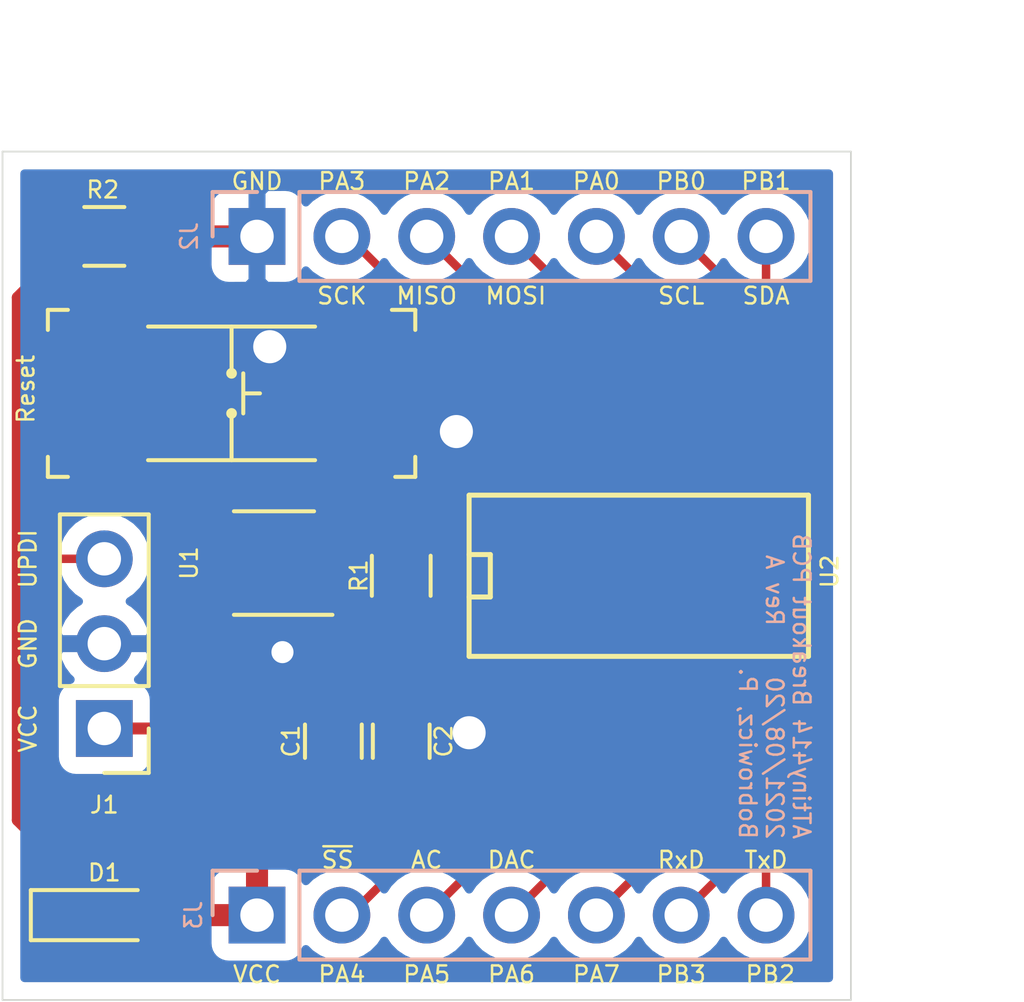
<source format=kicad_pcb>
(kicad_pcb (version 20171130) (host pcbnew "(5.1.10)-1")

  (general
    (thickness 1.6)
    (drawings 35)
    (tracks 80)
    (zones 0)
    (modules 11)
    (nets 18)
  )

  (page A4)
  (title_block
    (title "TTtiny414 SOIC-14 Breakout PCB")
    (date 2021-08-20)
    (rev A)
  )

  (layers
    (0 F.Cu signal)
    (31 B.Cu signal)
    (32 B.Adhes user)
    (33 F.Adhes user)
    (34 B.Paste user)
    (35 F.Paste user)
    (36 B.SilkS user)
    (37 F.SilkS user)
    (38 B.Mask user)
    (39 F.Mask user)
    (40 Dwgs.User user)
    (41 Cmts.User user)
    (42 Eco1.User user)
    (43 Eco2.User user)
    (44 Edge.Cuts user)
    (45 Margin user)
    (46 B.CrtYd user)
    (47 F.CrtYd user)
    (48 B.Fab user)
    (49 F.Fab user)
  )

  (setup
    (last_trace_width 0.254)
    (user_trace_width 0.1524)
    (user_trace_width 0.254)
    (user_trace_width 0.3556)
    (user_trace_width 0.6604)
    (trace_clearance 0.254)
    (zone_clearance 0.0508)
    (zone_45_only no)
    (trace_min 0.1524)
    (via_size 0.6858)
    (via_drill 0.3302)
    (via_min_size 0.508)
    (via_min_drill 0.254)
    (user_via 1.3208 0.6604)
    (user_via 1.651 0.9906)
    (uvia_size 0.3)
    (uvia_drill 0.1)
    (uvias_allowed no)
    (uvia_min_size 0.2032)
    (uvia_min_drill 0.1)
    (edge_width 0.05)
    (segment_width 0.2)
    (pcb_text_width 0.3)
    (pcb_text_size 1.5 1.5)
    (mod_edge_width 0.12)
    (mod_text_size 0.5 0.5)
    (mod_text_width 0.075)
    (pad_size 1.524 1.524)
    (pad_drill 0.762)
    (pad_to_mask_clearance 0.0508)
    (solder_mask_min_width 0.1016)
    (aux_axis_origin 0 0)
    (visible_elements 7FFFFFFF)
    (pcbplotparams
      (layerselection 0x010fc_ffffffff)
      (usegerberextensions false)
      (usegerberattributes true)
      (usegerberadvancedattributes true)
      (creategerberjobfile true)
      (excludeedgelayer true)
      (linewidth 0.100000)
      (plotframeref false)
      (viasonmask false)
      (mode 1)
      (useauxorigin false)
      (hpglpennumber 1)
      (hpglpenspeed 20)
      (hpglpendiameter 15.000000)
      (psnegative false)
      (psa4output false)
      (plotreference true)
      (plotvalue true)
      (plotinvisibletext false)
      (padsonsilk false)
      (subtractmaskfromsilk false)
      (outputformat 1)
      (mirror false)
      (drillshape 1)
      (scaleselection 1)
      (outputdirectory ""))
  )

  (net 0 "")
  (net 1 VCC)
  (net 2 GND)
  (net 3 "Net-(D1-Pad1)")
  (net 4 /AIN0)
  (net 5 /AIN3)
  (net 6 /AIN2)
  (net 7 /AIN1)
  (net 8 /AIN11)
  (net 9 /AIN10)
  (net 10 /AIN4)
  (net 11 /AIN5)
  (net 12 /AIN6)
  (net 13 /AIN7)
  (net 14 /PB2)
  (net 15 /PB3)
  (net 16 /~MR)
  (net 17 "Net-(SW1-Pad2)")

  (net_class Default "This is the default net class."
    (clearance 0.254)
    (trace_width 0.254)
    (via_dia 0.6858)
    (via_drill 0.3302)
    (uvia_dia 0.3)
    (uvia_drill 0.1)
    (add_net /AIN0)
    (add_net /AIN1)
    (add_net /AIN10)
    (add_net /AIN11)
    (add_net /AIN2)
    (add_net /AIN3)
    (add_net /AIN4)
    (add_net /AIN5)
    (add_net /AIN6)
    (add_net /AIN7)
    (add_net /PB2)
    (add_net /PB3)
    (add_net /~MR)
    (add_net GND)
    (add_net "Net-(D1-Pad1)")
    (add_net "Net-(SW1-Pad2)")
    (add_net VCC)
  )

  (module Pin_Headers:Pin_Header_Straight_1x03_Pitch2.54mm (layer F.Cu) (tedit 59650532) (tstamp 611FA17A)
    (at 122.428 93.472 180)
    (descr "Through hole straight pin header, 1x03, 2.54mm pitch, single row")
    (tags "Through hole pin header THT 1x03 2.54mm single row")
    (path /60C3F499)
    (fp_text reference J1 (at 0 -2.286) (layer F.SilkS)
      (effects (font (size 0.5 0.5) (thickness 0.075)))
    )
    (fp_text value Conn_01x03_Male (at 0 7.41) (layer F.Fab) hide
      (effects (font (size 1 1) (thickness 0.15)))
    )
    (fp_line (start 1.8 -1.8) (end -1.8 -1.8) (layer F.CrtYd) (width 0.05))
    (fp_line (start 1.8 6.85) (end 1.8 -1.8) (layer F.CrtYd) (width 0.05))
    (fp_line (start -1.8 6.85) (end 1.8 6.85) (layer F.CrtYd) (width 0.05))
    (fp_line (start -1.8 -1.8) (end -1.8 6.85) (layer F.CrtYd) (width 0.05))
    (fp_line (start -1.33 -1.33) (end 0 -1.33) (layer F.SilkS) (width 0.12))
    (fp_line (start -1.33 0) (end -1.33 -1.33) (layer F.SilkS) (width 0.12))
    (fp_line (start -1.33 1.27) (end 1.33 1.27) (layer F.SilkS) (width 0.12))
    (fp_line (start 1.33 1.27) (end 1.33 6.41) (layer F.SilkS) (width 0.12))
    (fp_line (start -1.33 1.27) (end -1.33 6.41) (layer F.SilkS) (width 0.12))
    (fp_line (start -1.33 6.41) (end 1.33 6.41) (layer F.SilkS) (width 0.12))
    (fp_line (start -1.27 -0.635) (end -0.635 -1.27) (layer F.Fab) (width 0.1))
    (fp_line (start -1.27 6.35) (end -1.27 -0.635) (layer F.Fab) (width 0.1))
    (fp_line (start 1.27 6.35) (end -1.27 6.35) (layer F.Fab) (width 0.1))
    (fp_line (start 1.27 -1.27) (end 1.27 6.35) (layer F.Fab) (width 0.1))
    (fp_line (start -0.635 -1.27) (end 1.27 -1.27) (layer F.Fab) (width 0.1))
    (fp_text user %R (at 0 2.54 90) (layer F.Fab)
      (effects (font (size 1 1) (thickness 0.15)))
    )
    (pad 1 thru_hole rect (at 0 0 180) (size 1.7 1.7) (drill 1) (layers *.Cu *.Mask)
      (net 1 VCC))
    (pad 2 thru_hole oval (at 0 2.54 180) (size 1.7 1.7) (drill 1) (layers *.Cu *.Mask)
      (net 2 GND))
    (pad 3 thru_hole oval (at 0 5.08 180) (size 1.7 1.7) (drill 1) (layers *.Cu *.Mask)
      (net 4 /AIN0))
    (model ${KISYS3DMOD}/Pin_Headers.3dshapes/Pin_Header_Straight_1x03_Pitch2.54mm.wrl
      (at (xyz 0 0 0))
      (scale (xyz 1 1 1))
      (rotate (xyz 0 0 0))
    )
  )

  (module ATtiny_14SOIC_Breakout:TL3305AF160QG (layer F.Cu) (tedit 611FAFA4) (tstamp 611FA1A7)
    (at 126.238 83.439)
    (path /60C1617E)
    (fp_text reference SW1 (at -6.096 0 90) (layer F.SilkS) hide
      (effects (font (size 0.5 0.5) (thickness 0.075)))
    )
    (fp_text value SW_MEC_5E (at 0 -3.8) (layer F.Fab) hide
      (effects (font (size 1 1) (thickness 0.15)))
    )
    (fp_circle (center 0 0) (end -1.3 0.2) (layer F.Fab) (width 0.12))
    (fp_line (start -2.25 -2.25) (end -2.25 2.25) (layer F.Fab) (width 0.12))
    (fp_line (start -2.25 2.25) (end 2.25 2.25) (layer F.Fab) (width 0.12))
    (fp_line (start 2.25 2.25) (end 2.25 -2.25) (layer F.Fab) (width 0.12))
    (fp_line (start 2.25 -2.25) (end -2.25 -2.25) (layer F.Fab) (width 0.12))
    (fp_line (start -5.5 -1.9) (end -5.5 -2.5) (layer F.SilkS) (width 0.12))
    (fp_line (start -5.5 -2.5) (end -4.9 -2.5) (layer F.SilkS) (width 0.12))
    (fp_line (start -5.5 1.9) (end -5.5 2.5) (layer F.SilkS) (width 0.12))
    (fp_line (start -5.5 2.5) (end -4.9 2.5) (layer F.SilkS) (width 0.12))
    (fp_line (start 4.9 2.5) (end 5.5 2.5) (layer F.SilkS) (width 0.12))
    (fp_line (start 5.5 2.5) (end 5.5 1.9) (layer F.SilkS) (width 0.12))
    (fp_line (start 5.5 -1.9) (end 5.5 -2.5) (layer F.SilkS) (width 0.12))
    (fp_line (start 5.5 -2.5) (end 4.8 -2.5) (layer F.SilkS) (width 0.12))
    (fp_line (start -2.5 -2) (end 2.5 -2) (layer F.SilkS) (width 0.12))
    (fp_line (start -2.5 2) (end 2.5 2) (layer F.SilkS) (width 0.12))
    (fp_line (start 0 0.6) (end 0 2) (layer F.SilkS) (width 0.12))
    (fp_line (start 0 -0.6) (end 0 -2) (layer F.SilkS) (width 0.12))
    (fp_circle (center 0 -0.6) (end 0 -0.5) (layer F.SilkS) (width 0.12))
    (fp_circle (center 0 0.6) (end 0 0.5) (layer F.SilkS) (width 0.12))
    (fp_line (start 0.35 -0.6) (end 0.35 0.6) (layer F.SilkS) (width 0.12))
    (fp_line (start 0.4 0) (end 0.85 0) (layer F.SilkS) (width 0.12))
    (fp_line (start -5.6 -2.6) (end -5.6 2.6) (layer F.CrtYd) (width 0.12))
    (fp_line (start -5.6 2.6) (end 5.6 2.6) (layer F.CrtYd) (width 0.12))
    (fp_line (start 5.6 2.6) (end 5.6 -2.6) (layer F.CrtYd) (width 0.12))
    (fp_line (start 5.6 -2.6) (end -5.6 -2.6) (layer F.CrtYd) (width 0.12))
    (pad 1 smd rect (at -4 1.5) (size 2.4 1.4) (layers F.Cu F.Paste F.Mask)
      (net 16 /~MR))
    (pad 2 smd rect (at 4 1.5) (size 2.4 1.4) (layers F.Cu F.Paste F.Mask)
      (net 17 "Net-(SW1-Pad2)"))
    (pad 3 smd rect (at -4 -1.5) (size 2.4 1.4) (layers F.Cu F.Paste F.Mask)
      (net 2 GND))
    (pad 4 smd rect (at 4 -1.5) (size 2.4 1.4) (layers F.Cu F.Paste F.Mask)
      (net 2 GND))
    (model "${KIPRJMOD}/3d packages/TL3305AFxxxxG.stp"
      (at (xyz 0 0 0))
      (scale (xyz 1 1 1))
      (rotate (xyz 0 0 0))
    )
  )

  (module SMD_Packages:SOIC-14_N (layer F.Cu) (tedit 0) (tstamp 611FA1AD)
    (at 138.43 88.773)
    (descr "Module CMS SOJ 14 pins Large")
    (tags "CMS SOJ")
    (path /611FB5D2)
    (attr smd)
    (fp_text reference U2 (at 5.715 0 90) (layer F.SilkS)
      (effects (font (size 0.5 0.5) (thickness 0.075)))
    )
    (fp_text value ATtiny414-SS (at 0 1.27) (layer F.Fab) hide
      (effects (font (size 1 1) (thickness 0.15)))
    )
    (fp_line (start -4.445 0.762) (end -5.08 0.762) (layer F.SilkS) (width 0.15))
    (fp_line (start -4.445 -0.508) (end -4.445 0.762) (layer F.SilkS) (width 0.15))
    (fp_line (start -5.08 -0.508) (end -4.445 -0.508) (layer F.SilkS) (width 0.15))
    (fp_line (start -5.08 -2.286) (end 5.08 -2.286) (layer F.SilkS) (width 0.15))
    (fp_line (start -5.08 2.54) (end -5.08 -2.286) (layer F.SilkS) (width 0.15))
    (fp_line (start 5.08 2.54) (end -5.08 2.54) (layer F.SilkS) (width 0.15))
    (fp_line (start 5.08 -2.286) (end 5.08 2.54) (layer F.SilkS) (width 0.15))
    (pad 1 smd rect (at -3.81 3.302) (size 0.508 1.143) (layers F.Cu F.Paste F.Mask)
      (net 1 VCC))
    (pad 2 smd rect (at -2.54 3.302) (size 0.508 1.143) (layers F.Cu F.Paste F.Mask)
      (net 10 /AIN4))
    (pad 3 smd rect (at -1.27 3.302) (size 0.508 1.143) (layers F.Cu F.Paste F.Mask)
      (net 11 /AIN5))
    (pad 4 smd rect (at 0 3.302) (size 0.508 1.143) (layers F.Cu F.Paste F.Mask)
      (net 12 /AIN6))
    (pad 5 smd rect (at 1.27 3.302) (size 0.508 1.143) (layers F.Cu F.Paste F.Mask)
      (net 13 /AIN7))
    (pad 6 smd rect (at 2.54 3.302) (size 0.508 1.143) (layers F.Cu F.Paste F.Mask)
      (net 15 /PB3))
    (pad 7 smd rect (at 3.81 3.302) (size 0.508 1.143) (layers F.Cu F.Paste F.Mask)
      (net 14 /PB2))
    (pad 8 smd rect (at 3.81 -3.048) (size 0.508 1.143) (layers F.Cu F.Paste F.Mask)
      (net 9 /AIN10))
    (pad 9 smd rect (at 2.54 -3.048) (size 0.508 1.143) (layers F.Cu F.Paste F.Mask)
      (net 8 /AIN11))
    (pad 11 smd rect (at 0 -3.048) (size 0.508 1.143) (layers F.Cu F.Paste F.Mask)
      (net 7 /AIN1))
    (pad 12 smd rect (at -1.27 -3.048) (size 0.508 1.143) (layers F.Cu F.Paste F.Mask)
      (net 6 /AIN2))
    (pad 13 smd rect (at -2.54 -3.048) (size 0.508 1.143) (layers F.Cu F.Paste F.Mask)
      (net 5 /AIN3))
    (pad 14 smd rect (at -3.81 -3.048) (size 0.508 1.143) (layers F.Cu F.Paste F.Mask)
      (net 2 GND))
    (pad 10 smd rect (at 1.27 -3.048) (size 0.508 1.143) (layers F.Cu F.Paste F.Mask)
      (net 4 /AIN0))
    (model SMD_Packages.3dshapes/SOIC-14_N.wrl
      (at (xyz 0 0 0))
      (scale (xyz 0.5 0.4 0.5))
      (rotate (xyz 0 0 0))
    )
  )

  (module TO_SOT_Packages_SMD:SOT-143 (layer F.Cu) (tedit 58CE4E7E) (tstamp 611FB389)
    (at 127.508 88.519 180)
    (descr SOT-143)
    (tags SOT-143)
    (path /60C269C5)
    (attr smd)
    (fp_text reference U1 (at 2.54 0 90) (layer F.SilkS)
      (effects (font (size 0.5 0.5) (thickness 0.075)))
    )
    (fp_text value MIC6315 (at -0.28 2.48) (layer F.Fab) hide
      (effects (font (size 1 1) (thickness 0.15)))
    )
    (fp_line (start -2.05 1.75) (end -2.05 -1.75) (layer F.CrtYd) (width 0.05))
    (fp_line (start -2.05 1.75) (end 2.05 1.75) (layer F.CrtYd) (width 0.05))
    (fp_line (start 2.05 -1.75) (end -2.05 -1.75) (layer F.CrtYd) (width 0.05))
    (fp_line (start 2.05 -1.75) (end 2.05 1.75) (layer F.CrtYd) (width 0.05))
    (fp_line (start 1.2 -1.5) (end 1.2 1.5) (layer F.Fab) (width 0.1))
    (fp_line (start 1.2 1.5) (end -1.2 1.5) (layer F.Fab) (width 0.1))
    (fp_line (start -1.2 1.5) (end -1.2 -1) (layer F.Fab) (width 0.1))
    (fp_line (start -0.7 -1.5) (end 1.2 -1.5) (layer F.Fab) (width 0.1))
    (fp_line (start -1.2 -1) (end -0.7 -1.5) (layer F.Fab) (width 0.1))
    (fp_line (start 1.2 -1.55) (end -1.75 -1.55) (layer F.SilkS) (width 0.12))
    (fp_line (start -1.2 1.55) (end 1.2 1.55) (layer F.SilkS) (width 0.12))
    (fp_text user %R (at 0 0 90) (layer F.Fab)
      (effects (font (size 0.5 0.5) (thickness 0.075)))
    )
    (pad 1 smd rect (at -1.1 -0.77 90) (size 1.2 1.4) (layers F.Cu F.Paste F.Mask)
      (net 2 GND))
    (pad 2 smd rect (at -1.1 0.95 90) (size 1 1.4) (layers F.Cu F.Paste F.Mask)
      (net 4 /AIN0))
    (pad 3 smd rect (at 1.1 0.95 90) (size 1 1.4) (layers F.Cu F.Paste F.Mask)
      (net 16 /~MR))
    (pad 4 smd rect (at 1.1 -0.95 90) (size 1 1.4) (layers F.Cu F.Paste F.Mask)
      (net 1 VCC))
    (model ${KISYS3DMOD}/TO_SOT_Packages_SMD.3dshapes/SOT-143.wrl
      (at (xyz 0 0 0))
      (scale (xyz 1 1 1))
      (rotate (xyz 0 0 0))
    )
  )

  (module Resistors_SMD:R_0805_HandSoldering (layer F.Cu) (tedit 58E0A804) (tstamp 611FA186)
    (at 122.428 78.74)
    (descr "Resistor SMD 0805, hand soldering")
    (tags "resistor 0805")
    (path /60C2A4DD)
    (attr smd)
    (fp_text reference R2 (at -0.047 -1.397) (layer F.SilkS)
      (effects (font (size 0.5 0.5) (thickness 0.075)))
    )
    (fp_text value 470R (at 0 1.75) (layer F.Fab) hide
      (effects (font (size 1 1) (thickness 0.15)))
    )
    (fp_line (start 2.35 0.9) (end -2.35 0.9) (layer F.CrtYd) (width 0.05))
    (fp_line (start 2.35 0.9) (end 2.35 -0.9) (layer F.CrtYd) (width 0.05))
    (fp_line (start -2.35 -0.9) (end -2.35 0.9) (layer F.CrtYd) (width 0.05))
    (fp_line (start -2.35 -0.9) (end 2.35 -0.9) (layer F.CrtYd) (width 0.05))
    (fp_line (start -0.6 -0.88) (end 0.6 -0.88) (layer F.SilkS) (width 0.12))
    (fp_line (start 0.6 0.88) (end -0.6 0.88) (layer F.SilkS) (width 0.12))
    (fp_line (start -1 -0.62) (end 1 -0.62) (layer F.Fab) (width 0.1))
    (fp_line (start 1 -0.62) (end 1 0.62) (layer F.Fab) (width 0.1))
    (fp_line (start 1 0.62) (end -1 0.62) (layer F.Fab) (width 0.1))
    (fp_line (start -1 0.62) (end -1 -0.62) (layer F.Fab) (width 0.1))
    (fp_text user %R (at 0 0) (layer F.Fab)
      (effects (font (size 0.5 0.5) (thickness 0.075)))
    )
    (pad 1 smd rect (at -1.35 0) (size 1.5 1.3) (layers F.Cu F.Paste F.Mask)
      (net 3 "Net-(D1-Pad1)"))
    (pad 2 smd rect (at 1.35 0) (size 1.5 1.3) (layers F.Cu F.Paste F.Mask)
      (net 2 GND))
    (model ${KISYS3DMOD}/Resistors_SMD.3dshapes/R_0805.wrl
      (at (xyz 0 0 0))
      (scale (xyz 1 1 1))
      (rotate (xyz 0 0 0))
    )
  )

  (module Resistors_SMD:R_0805_HandSoldering (layer F.Cu) (tedit 58E0A804) (tstamp 611FA9B9)
    (at 131.318 88.9 90)
    (descr "Resistor SMD 0805, hand soldering")
    (tags "resistor 0805")
    (path /60C123E8)
    (attr smd)
    (fp_text reference R1 (at 0 -1.27 90) (layer F.SilkS)
      (effects (font (size 0.5 0.5) (thickness 0.075)))
    )
    (fp_text value 10k (at 0 1.75 90) (layer F.Fab) hide
      (effects (font (size 1 1) (thickness 0.15)))
    )
    (fp_line (start 2.35 0.9) (end -2.35 0.9) (layer F.CrtYd) (width 0.05))
    (fp_line (start 2.35 0.9) (end 2.35 -0.9) (layer F.CrtYd) (width 0.05))
    (fp_line (start -2.35 -0.9) (end -2.35 0.9) (layer F.CrtYd) (width 0.05))
    (fp_line (start -2.35 -0.9) (end 2.35 -0.9) (layer F.CrtYd) (width 0.05))
    (fp_line (start -0.6 -0.88) (end 0.6 -0.88) (layer F.SilkS) (width 0.12))
    (fp_line (start 0.6 0.88) (end -0.6 0.88) (layer F.SilkS) (width 0.12))
    (fp_line (start -1 -0.62) (end 1 -0.62) (layer F.Fab) (width 0.1))
    (fp_line (start 1 -0.62) (end 1 0.62) (layer F.Fab) (width 0.1))
    (fp_line (start 1 0.62) (end -1 0.62) (layer F.Fab) (width 0.1))
    (fp_line (start -1 0.62) (end -1 -0.62) (layer F.Fab) (width 0.1))
    (fp_text user %R (at 0 0 90) (layer F.Fab)
      (effects (font (size 0.5 0.5) (thickness 0.075)))
    )
    (pad 1 smd rect (at -1.35 0 90) (size 1.5 1.3) (layers F.Cu F.Paste F.Mask)
      (net 1 VCC))
    (pad 2 smd rect (at 1.35 0 90) (size 1.5 1.3) (layers F.Cu F.Paste F.Mask)
      (net 4 /AIN0))
    (model ${KISYS3DMOD}/Resistors_SMD.3dshapes/R_0805.wrl
      (at (xyz 0 0 0))
      (scale (xyz 1 1 1))
      (rotate (xyz 0 0 0))
    )
  )

  (module Pin_Headers:Pin_Header_Straight_1x07_Pitch2.54mm (layer B.Cu) (tedit 59650532) (tstamp 611FA180)
    (at 127 99.06 270)
    (descr "Through hole straight pin header, 1x07, 2.54mm pitch, single row")
    (tags "Through hole pin header THT 1x07 2.54mm single row")
    (path /612069D9)
    (fp_text reference J3 (at 0 1.905 270) (layer B.SilkS)
      (effects (font (size 0.5 0.5) (thickness 0.075)) (justify mirror))
    )
    (fp_text value Conn_01x07_Male (at 0 -17.57 270) (layer B.Fab) hide
      (effects (font (size 1 1) (thickness 0.15)) (justify mirror))
    )
    (fp_line (start 1.8 1.8) (end -1.8 1.8) (layer B.CrtYd) (width 0.05))
    (fp_line (start 1.8 -17.05) (end 1.8 1.8) (layer B.CrtYd) (width 0.05))
    (fp_line (start -1.8 -17.05) (end 1.8 -17.05) (layer B.CrtYd) (width 0.05))
    (fp_line (start -1.8 1.8) (end -1.8 -17.05) (layer B.CrtYd) (width 0.05))
    (fp_line (start -1.33 1.33) (end 0 1.33) (layer B.SilkS) (width 0.12))
    (fp_line (start -1.33 0) (end -1.33 1.33) (layer B.SilkS) (width 0.12))
    (fp_line (start -1.33 -1.27) (end 1.33 -1.27) (layer B.SilkS) (width 0.12))
    (fp_line (start 1.33 -1.27) (end 1.33 -16.57) (layer B.SilkS) (width 0.12))
    (fp_line (start -1.33 -1.27) (end -1.33 -16.57) (layer B.SilkS) (width 0.12))
    (fp_line (start -1.33 -16.57) (end 1.33 -16.57) (layer B.SilkS) (width 0.12))
    (fp_line (start -1.27 0.635) (end -0.635 1.27) (layer B.Fab) (width 0.1))
    (fp_line (start -1.27 -16.51) (end -1.27 0.635) (layer B.Fab) (width 0.1))
    (fp_line (start 1.27 -16.51) (end -1.27 -16.51) (layer B.Fab) (width 0.1))
    (fp_line (start 1.27 1.27) (end 1.27 -16.51) (layer B.Fab) (width 0.1))
    (fp_line (start -0.635 1.27) (end 1.27 1.27) (layer B.Fab) (width 0.1))
    (fp_text user %R (at 0 -7.62) (layer B.Fab)
      (effects (font (size 1 1) (thickness 0.15)) (justify mirror))
    )
    (pad 1 thru_hole rect (at 0 0 270) (size 1.7 1.7) (drill 1) (layers *.Cu *.Mask)
      (net 1 VCC))
    (pad 2 thru_hole oval (at 0 -2.54 270) (size 1.7 1.7) (drill 1) (layers *.Cu *.Mask)
      (net 10 /AIN4))
    (pad 3 thru_hole oval (at 0 -5.08 270) (size 1.7 1.7) (drill 1) (layers *.Cu *.Mask)
      (net 11 /AIN5))
    (pad 4 thru_hole oval (at 0 -7.62 270) (size 1.7 1.7) (drill 1) (layers *.Cu *.Mask)
      (net 12 /AIN6))
    (pad 5 thru_hole oval (at 0 -10.16 270) (size 1.7 1.7) (drill 1) (layers *.Cu *.Mask)
      (net 13 /AIN7))
    (pad 6 thru_hole oval (at 0 -12.7 270) (size 1.7 1.7) (drill 1) (layers *.Cu *.Mask)
      (net 15 /PB3))
    (pad 7 thru_hole oval (at 0 -15.24 270) (size 1.7 1.7) (drill 1) (layers *.Cu *.Mask)
      (net 14 /PB2))
    (model ${KISYS3DMOD}/Pin_Headers.3dshapes/Pin_Header_Straight_1x07_Pitch2.54mm.wrl
      (at (xyz 0 0 0))
      (scale (xyz 1 1 1))
      (rotate (xyz 0 0 0))
    )
  )

  (module Pin_Headers:Pin_Header_Straight_1x07_Pitch2.54mm (layer B.Cu) (tedit 59650532) (tstamp 611FA17D)
    (at 127 78.74 270)
    (descr "Through hole straight pin header, 1x07, 2.54mm pitch, single row")
    (tags "Through hole pin header THT 1x07 2.54mm single row")
    (path /6120358F)
    (fp_text reference J2 (at 0 2.032 90) (layer B.SilkS)
      (effects (font (size 0.5 0.5) (thickness 0.075)) (justify mirror))
    )
    (fp_text value Conn_01x07_Male (at 0 -17.57 270) (layer B.Fab) hide
      (effects (font (size 1 1) (thickness 0.15)) (justify mirror))
    )
    (fp_line (start 1.8 1.8) (end -1.8 1.8) (layer B.CrtYd) (width 0.05))
    (fp_line (start 1.8 -17.05) (end 1.8 1.8) (layer B.CrtYd) (width 0.05))
    (fp_line (start -1.8 -17.05) (end 1.8 -17.05) (layer B.CrtYd) (width 0.05))
    (fp_line (start -1.8 1.8) (end -1.8 -17.05) (layer B.CrtYd) (width 0.05))
    (fp_line (start -1.33 1.33) (end 0 1.33) (layer B.SilkS) (width 0.12))
    (fp_line (start -1.33 0) (end -1.33 1.33) (layer B.SilkS) (width 0.12))
    (fp_line (start -1.33 -1.27) (end 1.33 -1.27) (layer B.SilkS) (width 0.12))
    (fp_line (start 1.33 -1.27) (end 1.33 -16.57) (layer B.SilkS) (width 0.12))
    (fp_line (start -1.33 -1.27) (end -1.33 -16.57) (layer B.SilkS) (width 0.12))
    (fp_line (start -1.33 -16.57) (end 1.33 -16.57) (layer B.SilkS) (width 0.12))
    (fp_line (start -1.27 0.635) (end -0.635 1.27) (layer B.Fab) (width 0.1))
    (fp_line (start -1.27 -16.51) (end -1.27 0.635) (layer B.Fab) (width 0.1))
    (fp_line (start 1.27 -16.51) (end -1.27 -16.51) (layer B.Fab) (width 0.1))
    (fp_line (start 1.27 1.27) (end 1.27 -16.51) (layer B.Fab) (width 0.1))
    (fp_line (start -0.635 1.27) (end 1.27 1.27) (layer B.Fab) (width 0.1))
    (fp_text user %R (at 0 -7.62) (layer B.Fab)
      (effects (font (size 1 1) (thickness 0.15)) (justify mirror))
    )
    (pad 1 thru_hole rect (at 0 0 270) (size 1.7 1.7) (drill 1) (layers *.Cu *.Mask)
      (net 2 GND))
    (pad 2 thru_hole oval (at 0 -2.54 270) (size 1.7 1.7) (drill 1) (layers *.Cu *.Mask)
      (net 5 /AIN3))
    (pad 3 thru_hole oval (at 0 -5.08 270) (size 1.7 1.7) (drill 1) (layers *.Cu *.Mask)
      (net 6 /AIN2))
    (pad 4 thru_hole oval (at 0 -7.62 270) (size 1.7 1.7) (drill 1) (layers *.Cu *.Mask)
      (net 7 /AIN1))
    (pad 5 thru_hole oval (at 0 -10.16 270) (size 1.7 1.7) (drill 1) (layers *.Cu *.Mask)
      (net 4 /AIN0))
    (pad 6 thru_hole oval (at 0 -12.7 270) (size 1.7 1.7) (drill 1) (layers *.Cu *.Mask)
      (net 8 /AIN11))
    (pad 7 thru_hole oval (at 0 -15.24 270) (size 1.7 1.7) (drill 1) (layers *.Cu *.Mask)
      (net 9 /AIN10))
    (model ${KISYS3DMOD}/Pin_Headers.3dshapes/Pin_Header_Straight_1x07_Pitch2.54mm.wrl
      (at (xyz 0 0 0))
      (scale (xyz 1 1 1))
      (rotate (xyz 0 0 0))
    )
  )

  (module LEDs:LED_0805_HandSoldering (layer F.Cu) (tedit 595FCA25) (tstamp 611FA177)
    (at 122.428 99.06)
    (descr "Resistor SMD 0805, hand soldering")
    (tags "resistor 0805")
    (path /60C27FD6)
    (attr smd)
    (fp_text reference D1 (at 0 -1.27) (layer F.SilkS)
      (effects (font (size 0.5 0.5) (thickness 0.075)))
    )
    (fp_text value LED (at 0 1.75) (layer F.Fab) hide
      (effects (font (size 1 1) (thickness 0.15)))
    )
    (fp_line (start -2.2 -0.75) (end -2.2 0.75) (layer F.SilkS) (width 0.12))
    (fp_line (start 2.35 0.9) (end -2.35 0.9) (layer F.CrtYd) (width 0.05))
    (fp_line (start 2.35 0.9) (end 2.35 -0.9) (layer F.CrtYd) (width 0.05))
    (fp_line (start -2.35 -0.9) (end -2.35 0.9) (layer F.CrtYd) (width 0.05))
    (fp_line (start -2.35 -0.9) (end 2.35 -0.9) (layer F.CrtYd) (width 0.05))
    (fp_line (start -2.2 -0.75) (end 1 -0.75) (layer F.SilkS) (width 0.12))
    (fp_line (start 1 0.75) (end -2.2 0.75) (layer F.SilkS) (width 0.12))
    (fp_line (start -1 -0.62) (end 1 -0.62) (layer F.Fab) (width 0.1))
    (fp_line (start 1 -0.62) (end 1 0.62) (layer F.Fab) (width 0.1))
    (fp_line (start 1 0.62) (end -1 0.62) (layer F.Fab) (width 0.1))
    (fp_line (start -1 0.62) (end -1 -0.62) (layer F.Fab) (width 0.1))
    (fp_line (start 0.2 -0.4) (end 0.2 0.4) (layer F.Fab) (width 0.1))
    (fp_line (start 0.2 0.4) (end -0.4 0) (layer F.Fab) (width 0.1))
    (fp_line (start -0.4 0) (end 0.2 -0.4) (layer F.Fab) (width 0.1))
    (fp_line (start -0.4 -0.4) (end -0.4 0.4) (layer F.Fab) (width 0.1))
    (pad 1 smd rect (at -1.35 0) (size 1.5 1.3) (layers F.Cu F.Paste F.Mask)
      (net 3 "Net-(D1-Pad1)"))
    (pad 2 smd rect (at 1.35 0) (size 1.5 1.3) (layers F.Cu F.Paste F.Mask)
      (net 1 VCC))
    (model ${KISYS3DMOD}/LEDs.3dshapes/LED_0805.wrl
      (at (xyz 0 0 0))
      (scale (xyz 1 1 1))
      (rotate (xyz 0 0 0))
    )
  )

  (module Capacitors_SMD:C_0805_HandSoldering (layer F.Cu) (tedit 58AA84A8) (tstamp 611FA174)
    (at 131.318 93.853 270)
    (descr "Capacitor SMD 0805, hand soldering")
    (tags "capacitor 0805")
    (path /60C5FB36)
    (attr smd)
    (fp_text reference C2 (at 0 -1.27 270) (layer F.SilkS)
      (effects (font (size 0.5 0.5) (thickness 0.075)))
    )
    (fp_text value 100n (at 0 1.75 90) (layer F.Fab) hide
      (effects (font (size 1 1) (thickness 0.15)))
    )
    (fp_line (start 2.25 0.87) (end -2.25 0.87) (layer F.CrtYd) (width 0.05))
    (fp_line (start 2.25 0.87) (end 2.25 -0.88) (layer F.CrtYd) (width 0.05))
    (fp_line (start -2.25 -0.88) (end -2.25 0.87) (layer F.CrtYd) (width 0.05))
    (fp_line (start -2.25 -0.88) (end 2.25 -0.88) (layer F.CrtYd) (width 0.05))
    (fp_line (start -0.5 0.85) (end 0.5 0.85) (layer F.SilkS) (width 0.12))
    (fp_line (start 0.5 -0.85) (end -0.5 -0.85) (layer F.SilkS) (width 0.12))
    (fp_line (start -1 -0.62) (end 1 -0.62) (layer F.Fab) (width 0.1))
    (fp_line (start 1 -0.62) (end 1 0.62) (layer F.Fab) (width 0.1))
    (fp_line (start 1 0.62) (end -1 0.62) (layer F.Fab) (width 0.1))
    (fp_line (start -1 0.62) (end -1 -0.62) (layer F.Fab) (width 0.1))
    (fp_text user %R (at 0 0 90) (layer F.Fab)
      (effects (font (size 0.5 0.5) (thickness 0.075)))
    )
    (pad 1 smd rect (at -1.25 0 270) (size 1.5 1.25) (layers F.Cu F.Paste F.Mask)
      (net 1 VCC))
    (pad 2 smd rect (at 1.25 0 270) (size 1.5 1.25) (layers F.Cu F.Paste F.Mask)
      (net 2 GND))
    (model Capacitors_SMD.3dshapes/C_0805.wrl
      (at (xyz 0 0 0))
      (scale (xyz 1 1 1))
      (rotate (xyz 0 0 0))
    )
  )

  (module Capacitors_SMD:C_0805_HandSoldering (layer F.Cu) (tedit 58AA84A8) (tstamp 611FA171)
    (at 129.286 93.853 270)
    (descr "Capacitor SMD 0805, hand soldering")
    (tags "capacitor 0805")
    (path /60C5E78A)
    (attr smd)
    (fp_text reference C1 (at 0 1.27 270) (layer F.SilkS)
      (effects (font (size 0.5 0.5) (thickness 0.075)))
    )
    (fp_text value 1u (at 0 1.75 90) (layer F.Fab) hide
      (effects (font (size 1 1) (thickness 0.15)))
    )
    (fp_line (start 2.25 0.87) (end -2.25 0.87) (layer F.CrtYd) (width 0.05))
    (fp_line (start 2.25 0.87) (end 2.25 -0.88) (layer F.CrtYd) (width 0.05))
    (fp_line (start -2.25 -0.88) (end -2.25 0.87) (layer F.CrtYd) (width 0.05))
    (fp_line (start -2.25 -0.88) (end 2.25 -0.88) (layer F.CrtYd) (width 0.05))
    (fp_line (start -0.5 0.85) (end 0.5 0.85) (layer F.SilkS) (width 0.12))
    (fp_line (start 0.5 -0.85) (end -0.5 -0.85) (layer F.SilkS) (width 0.12))
    (fp_line (start -1 -0.62) (end 1 -0.62) (layer F.Fab) (width 0.1))
    (fp_line (start 1 -0.62) (end 1 0.62) (layer F.Fab) (width 0.1))
    (fp_line (start 1 0.62) (end -1 0.62) (layer F.Fab) (width 0.1))
    (fp_line (start -1 0.62) (end -1 -0.62) (layer F.Fab) (width 0.1))
    (fp_text user %R (at 0 0 90) (layer F.Fab)
      (effects (font (size 0.5 0.5) (thickness 0.075)))
    )
    (pad 1 smd rect (at -1.25 0 270) (size 1.5 1.25) (layers F.Cu F.Paste F.Mask)
      (net 1 VCC))
    (pad 2 smd rect (at 1.25 0 270) (size 1.5 1.25) (layers F.Cu F.Paste F.Mask)
      (net 2 GND))
    (model Capacitors_SMD.3dshapes/C_0805.wrl
      (at (xyz 0 0 0))
      (scale (xyz 1 1 1))
      (rotate (xyz 0 0 0))
    )
  )

  (gr_text "ATtiny414 Breakout PCB\n2021/08/20    Rev A\nBobrowicz, P." (at 142.494 96.827143 270) (layer B.SilkS)
    (effects (font (size 0.5 0.5) (thickness 0.075)) (justify left mirror))
  )
  (gr_text AC (at 132.08 97.409) (layer F.SilkS)
    (effects (font (size 0.5 0.5) (thickness 0.075)))
  )
  (gr_text DAC (at 134.62 97.409) (layer F.SilkS)
    (effects (font (size 0.5 0.5) (thickness 0.075)))
  )
  (gr_text MOSI (at 134.747 80.518) (layer F.SilkS)
    (effects (font (size 0.5 0.5) (thickness 0.075)))
  )
  (gr_text MISO (at 132.08 80.518) (layer F.SilkS)
    (effects (font (size 0.5 0.5) (thickness 0.075)))
  )
  (gr_text SCK (at 129.54 80.518) (layer F.SilkS)
    (effects (font (size 0.5 0.5) (thickness 0.075)))
  )
  (gr_text ~SS (at 129.413 97.409) (layer F.SilkS)
    (effects (font (size 0.5 0.5) (thickness 0.075)))
  )
  (gr_text SCL (at 139.7 80.518) (layer F.SilkS)
    (effects (font (size 0.5 0.5) (thickness 0.075)))
  )
  (gr_text SDA (at 142.24 80.518) (layer F.SilkS)
    (effects (font (size 0.5 0.5) (thickness 0.075)))
  )
  (gr_text RxD (at 139.7 97.409) (layer F.SilkS)
    (effects (font (size 0.5 0.5) (thickness 0.075)))
  )
  (gr_text TxD (at 142.24 97.409) (layer F.SilkS)
    (effects (font (size 0.5 0.5) (thickness 0.075)))
  )
  (gr_text Reset (at 120.0785 83.312 90) (layer F.SilkS)
    (effects (font (size 0.5 0.5) (thickness 0.075)))
  )
  (gr_text UPDI (at 120.142 88.392 90) (layer F.SilkS)
    (effects (font (size 0.5 0.5) (thickness 0.075)))
  )
  (gr_text GND (at 120.142 90.932 90) (layer F.SilkS)
    (effects (font (size 0.5 0.5) (thickness 0.075)))
  )
  (gr_text VCC (at 120.142 93.472 90) (layer F.SilkS)
    (effects (font (size 0.5 0.5) (thickness 0.075)))
  )
  (gr_text GND (at 127 77.089) (layer F.SilkS)
    (effects (font (size 0.5 0.5) (thickness 0.075)))
  )
  (gr_text PA3 (at 129.54 77.089) (layer F.SilkS)
    (effects (font (size 0.5 0.5) (thickness 0.075)))
  )
  (gr_text PA2 (at 132.08 77.089) (layer F.SilkS)
    (effects (font (size 0.5 0.5) (thickness 0.075)))
  )
  (gr_text PA1 (at 134.62 77.089) (layer F.SilkS)
    (effects (font (size 0.5 0.5) (thickness 0.075)))
  )
  (gr_text PA0 (at 137.16 77.089) (layer F.SilkS)
    (effects (font (size 0.5 0.5) (thickness 0.075)))
  )
  (gr_text PB0 (at 139.7 77.089) (layer F.SilkS)
    (effects (font (size 0.5 0.5) (thickness 0.075)))
  )
  (gr_text PB1 (at 142.24 77.089) (layer F.SilkS)
    (effects (font (size 0.5 0.5) (thickness 0.075)))
  )
  (gr_text PB2 (at 142.367 100.838) (layer F.SilkS)
    (effects (font (size 0.5 0.5) (thickness 0.075)))
  )
  (gr_text PB3 (at 139.7 100.838) (layer F.SilkS)
    (effects (font (size 0.5 0.5) (thickness 0.075)))
  )
  (gr_text PA7 (at 137.16 100.838) (layer F.SilkS)
    (effects (font (size 0.5 0.5) (thickness 0.075)))
  )
  (gr_text PA6 (at 134.62 100.838) (layer F.SilkS)
    (effects (font (size 0.5 0.5) (thickness 0.075)))
  )
  (gr_text PA5 (at 132.08 100.838) (layer F.SilkS)
    (effects (font (size 0.5 0.5) (thickness 0.075)))
  )
  (gr_text PA4 (at 129.54 100.838) (layer F.SilkS)
    (effects (font (size 0.5 0.5) (thickness 0.075)))
  )
  (gr_text VCC (at 127 100.838) (layer F.SilkS)
    (effects (font (size 0.5 0.5) (thickness 0.075)))
  )
  (dimension 25.4 (width 0.15) (layer Dwgs.User)
    (gr_text "1.0000 in" (at 148.62 88.9 270) (layer Dwgs.User)
      (effects (font (size 1 1) (thickness 0.15)))
    )
    (feature1 (pts (xy 144.78 101.6) (xy 147.906421 101.6)))
    (feature2 (pts (xy 144.78 76.2) (xy 147.906421 76.2)))
    (crossbar (pts (xy 147.32 76.2) (xy 147.32 101.6)))
    (arrow1a (pts (xy 147.32 101.6) (xy 146.733579 100.473496)))
    (arrow1b (pts (xy 147.32 101.6) (xy 147.906421 100.473496)))
    (arrow2a (pts (xy 147.32 76.2) (xy 146.733579 77.326504)))
    (arrow2b (pts (xy 147.32 76.2) (xy 147.906421 77.326504)))
  )
  (dimension 25.4 (width 0.15) (layer Dwgs.User)
    (gr_text "1.0000 in" (at 132.08 72.36) (layer Dwgs.User)
      (effects (font (size 1 1) (thickness 0.15)))
    )
    (feature1 (pts (xy 144.78 76.2) (xy 144.78 73.073579)))
    (feature2 (pts (xy 119.38 76.2) (xy 119.38 73.073579)))
    (crossbar (pts (xy 119.38 73.66) (xy 144.78 73.66)))
    (arrow1a (pts (xy 144.78 73.66) (xy 143.653496 74.246421)))
    (arrow1b (pts (xy 144.78 73.66) (xy 143.653496 73.073579)))
    (arrow2a (pts (xy 119.38 73.66) (xy 120.506504 74.246421)))
    (arrow2b (pts (xy 119.38 73.66) (xy 120.506504 73.073579)))
  )
  (gr_line (start 119.38 101.6) (end 119.38 76.2) (layer Edge.Cuts) (width 0.05) (tstamp 611FBEE4))
  (gr_line (start 144.78 101.6) (end 119.38 101.6) (layer Edge.Cuts) (width 0.05))
  (gr_line (start 144.78 76.2) (end 144.78 101.6) (layer Edge.Cuts) (width 0.05))
  (gr_line (start 119.38 76.2) (end 144.78 76.2) (layer Edge.Cuts) (width 0.05))

  (segment (start 131.318 92.603) (end 129.286 92.603) (width 0.6604) (layer F.Cu) (net 1))
  (segment (start 131.318 90.25) (end 131.318 92.603) (width 0.6604) (layer F.Cu) (net 1))
  (segment (start 127 99.06) (end 123.778 99.06) (width 0.6604) (layer F.Cu) (net 1))
  (segment (start 127 97.028) (end 127 99.06) (width 0.6604) (layer F.Cu) (net 1))
  (segment (start 126.408 96.436) (end 127 97.028) (width 0.6604) (layer F.Cu) (net 1))
  (segment (start 126.408 93.388) (end 126.408 96.436) (width 0.6604) (layer F.Cu) (net 1))
  (segment (start 126.471 92.603) (end 126.408 92.54) (width 0.6604) (layer F.Cu) (net 1))
  (segment (start 129.286 92.603) (end 126.471 92.603) (width 0.6604) (layer F.Cu) (net 1))
  (segment (start 126.408 92.54) (end 126.408 93.388) (width 0.6604) (layer F.Cu) (net 1))
  (segment (start 126.408 89.469) (end 126.408 92.54) (width 0.6604) (layer F.Cu) (net 1))
  (segment (start 126.324 93.472) (end 126.408 93.388) (width 0.3556) (layer F.Cu) (net 1))
  (segment (start 122.428 93.472) (end 126.324 93.472) (width 0.3556) (layer F.Cu) (net 1))
  (segment (start 131.318 92.603) (end 131.933 92.603) (width 0.6604) (layer F.Cu) (net 1))
  (segment (start 131.933 92.603) (end 132.461 92.075) (width 0.6604) (layer F.Cu) (net 1))
  (segment (start 132.461 92.075) (end 134.366 92.075) (width 0.6604) (layer F.Cu) (net 1))
  (segment (start 129.286 95.103) (end 131.318 95.103) (width 0.6604) (layer F.Cu) (net 2))
  (via (at 127.762 91.186) (size 1.3208) (drill 0.6604) (layers F.Cu B.Cu) (net 2))
  (segment (start 128.608 90.34) (end 127.762 91.186) (width 0.6604) (layer F.Cu) (net 2))
  (segment (start 128.608 89.289) (end 128.608 90.34) (width 0.6604) (layer F.Cu) (net 2))
  (segment (start 127 78.74) (end 123.778 78.74) (width 0.6604) (layer F.Cu) (net 2))
  (segment (start 122.238 81.939) (end 122.238 81.724) (width 0.6604) (layer F.Cu) (net 2))
  (segment (start 123.778 80.184) (end 123.778 78.74) (width 0.6604) (layer F.Cu) (net 2))
  (segment (start 122.238 81.724) (end 123.778 80.184) (width 0.6604) (layer F.Cu) (net 2))
  (via (at 127.381 82.042) (size 1.651) (drill 0.9906) (layers F.Cu B.Cu) (net 2))
  (segment (start 127.484 81.939) (end 127.381 82.042) (width 0.6604) (layer F.Cu) (net 2))
  (segment (start 130.238 81.939) (end 127.484 81.939) (width 0.6604) (layer F.Cu) (net 2))
  (via (at 133.35 93.599) (size 1.651) (drill 0.9906) (layers F.Cu B.Cu) (net 2))
  (segment (start 131.846 95.103) (end 133.35 93.599) (width 0.6604) (layer F.Cu) (net 2))
  (segment (start 131.318 95.103) (end 131.846 95.103) (width 0.6604) (layer F.Cu) (net 2))
  (via (at 132.969 84.582) (size 1.651) (drill 0.9906) (layers F.Cu B.Cu) (net 2))
  (segment (start 132.969 84.582) (end 132.969 84.95538) (width 0.6604) (layer F.Cu) (net 2))
  (segment (start 132.969 84.582) (end 132.969 85.04682) (width 0.6604) (layer F.Cu) (net 2))
  (segment (start 132.969 85.04682) (end 133.64718 85.725) (width 0.6604) (layer F.Cu) (net 2))
  (segment (start 133.64718 85.725) (end 134.36092 85.725) (width 0.6604) (layer F.Cu) (net 2))
  (segment (start 121.078 79.328) (end 121.078 78.74) (width 0.3556) (layer F.Cu) (net 3))
  (segment (start 119.83681 80.56919) (end 121.078 79.328) (width 0.3556) (layer F.Cu) (net 3))
  (segment (start 119.83681 96.21481) (end 119.83681 80.56919) (width 0.3556) (layer F.Cu) (net 3))
  (segment (start 121.078 97.456) (end 119.83681 96.21481) (width 0.3556) (layer F.Cu) (net 3))
  (segment (start 121.078 99.06) (end 121.078 97.456) (width 0.3556) (layer F.Cu) (net 3))
  (segment (start 139.7 81.28) (end 137.16 78.74) (width 0.254) (layer F.Cu) (net 4))
  (segment (start 139.7 85.725) (end 139.7 81.28) (width 0.254) (layer F.Cu) (net 4))
  (segment (start 128.627 87.55) (end 128.608 87.569) (width 0.254) (layer F.Cu) (net 4))
  (segment (start 131.318 87.55) (end 128.627 87.55) (width 0.254) (layer F.Cu) (net 4))
  (segment (start 128.608 87.569) (end 128.331 87.569) (width 0.254) (layer F.Cu) (net 4))
  (segment (start 120.904 88.392) (end 122.428 88.392) (width 0.254) (layer F.Cu) (net 4))
  (segment (start 120.39562 87.88362) (end 120.904 88.392) (width 0.254) (layer F.Cu) (net 4))
  (segment (start 138.7005 87.55) (end 131.318 87.55) (width 0.254) (layer F.Cu) (net 4))
  (segment (start 139.7 85.725) (end 139.7 86.5505) (width 0.254) (layer F.Cu) (net 4))
  (segment (start 139.7 86.5505) (end 138.7005 87.55) (width 0.254) (layer F.Cu) (net 4))
  (segment (start 128.608 86.698) (end 125.476 83.566) (width 0.254) (layer F.Cu) (net 4))
  (segment (start 128.608 87.569) (end 128.608 86.698) (width 0.254) (layer F.Cu) (net 4))
  (segment (start 125.476 83.566) (end 121.025198 83.566) (width 0.254) (layer F.Cu) (net 4))
  (segment (start 121.025198 83.566) (end 120.39562 84.195578) (width 0.254) (layer F.Cu) (net 4))
  (segment (start 120.39562 84.195578) (end 120.39562 87.88362) (width 0.254) (layer F.Cu) (net 4))
  (segment (start 135.89 85.725) (end 135.89 84.8995) (width 0.254) (layer F.Cu) (net 5))
  (segment (start 129.7305 78.74) (end 129.54 78.74) (width 0.254) (layer F.Cu) (net 5))
  (segment (start 135.89 84.8995) (end 129.7305 78.74) (width 0.254) (layer F.Cu) (net 5))
  (segment (start 137.16 83.82) (end 132.08 78.74) (width 0.254) (layer F.Cu) (net 6))
  (segment (start 137.16 85.725) (end 137.16 83.82) (width 0.254) (layer F.Cu) (net 6))
  (segment (start 138.43 82.55) (end 134.62 78.74) (width 0.254) (layer F.Cu) (net 7))
  (segment (start 138.43 85.725) (end 138.43 82.55) (width 0.254) (layer F.Cu) (net 7))
  (segment (start 140.97 80.01) (end 139.7 78.74) (width 0.254) (layer F.Cu) (net 8))
  (segment (start 140.97 85.725) (end 140.97 80.01) (width 0.254) (layer F.Cu) (net 8))
  (segment (start 142.24 85.725) (end 142.24 78.74) (width 0.254) (layer F.Cu) (net 9))
  (segment (start 129.794 99.06) (end 129.54 99.06) (width 0.254) (layer F.Cu) (net 10))
  (segment (start 135.89 92.964) (end 129.794 99.06) (width 0.254) (layer F.Cu) (net 10))
  (segment (start 135.89 92.075) (end 135.89 92.964) (width 0.254) (layer F.Cu) (net 10))
  (segment (start 137.16 93.98) (end 132.08 99.06) (width 0.254) (layer F.Cu) (net 11))
  (segment (start 137.16 92.075) (end 137.16 93.98) (width 0.254) (layer F.Cu) (net 11))
  (segment (start 138.43 95.25) (end 134.62 99.06) (width 0.254) (layer F.Cu) (net 12))
  (segment (start 138.43 92.075) (end 138.43 95.25) (width 0.254) (layer F.Cu) (net 12))
  (segment (start 139.7 96.52) (end 137.16 99.06) (width 0.254) (layer F.Cu) (net 13))
  (segment (start 139.7 92.075) (end 139.7 96.52) (width 0.254) (layer F.Cu) (net 13))
  (segment (start 142.24 92.075) (end 142.24 99.06) (width 0.254) (layer F.Cu) (net 14))
  (segment (start 140.97 97.79) (end 139.7 99.06) (width 0.254) (layer F.Cu) (net 15))
  (segment (start 140.97 92.075) (end 140.97 97.79) (width 0.254) (layer F.Cu) (net 15))
  (segment (start 121.984 84.812) (end 122.15 84.812) (width 0.254) (layer F.Cu) (net 16))
  (segment (start 126.408 87.569) (end 126.408 87.038) (width 0.3556) (layer F.Cu) (net 16))
  (segment (start 124.309 84.939) (end 122.238 84.939) (width 0.3556) (layer F.Cu) (net 16))
  (segment (start 126.408 87.038) (end 124.309 84.939) (width 0.3556) (layer F.Cu) (net 16))

  (zone (net 2) (net_name GND) (layer B.Cu) (tstamp 612001D8) (hatch edge 0.508)
    (connect_pads (clearance 0.508))
    (min_thickness 0.254)
    (fill yes (arc_segments 32) (thermal_gap 0.508) (thermal_bridge_width 0.508))
    (polygon
      (pts
        (xy 144.78 101.6) (xy 119.38 101.6) (xy 119.38 76.2) (xy 144.78 76.2)
      )
    )
    (filled_polygon
      (pts
        (xy 144.120001 100.94) (xy 120.04 100.94) (xy 120.04 98.21) (xy 125.511928 98.21) (xy 125.511928 99.91)
        (xy 125.524188 100.034482) (xy 125.560498 100.15418) (xy 125.619463 100.264494) (xy 125.698815 100.361185) (xy 125.795506 100.440537)
        (xy 125.90582 100.499502) (xy 126.025518 100.535812) (xy 126.15 100.548072) (xy 127.85 100.548072) (xy 127.974482 100.535812)
        (xy 128.09418 100.499502) (xy 128.204494 100.440537) (xy 128.301185 100.361185) (xy 128.380537 100.264494) (xy 128.439502 100.15418)
        (xy 128.461513 100.08162) (xy 128.593368 100.213475) (xy 128.836589 100.37599) (xy 129.106842 100.487932) (xy 129.39374 100.545)
        (xy 129.68626 100.545) (xy 129.973158 100.487932) (xy 130.243411 100.37599) (xy 130.486632 100.213475) (xy 130.693475 100.006632)
        (xy 130.81 99.83224) (xy 130.926525 100.006632) (xy 131.133368 100.213475) (xy 131.376589 100.37599) (xy 131.646842 100.487932)
        (xy 131.93374 100.545) (xy 132.22626 100.545) (xy 132.513158 100.487932) (xy 132.783411 100.37599) (xy 133.026632 100.213475)
        (xy 133.233475 100.006632) (xy 133.35 99.83224) (xy 133.466525 100.006632) (xy 133.673368 100.213475) (xy 133.916589 100.37599)
        (xy 134.186842 100.487932) (xy 134.47374 100.545) (xy 134.76626 100.545) (xy 135.053158 100.487932) (xy 135.323411 100.37599)
        (xy 135.566632 100.213475) (xy 135.773475 100.006632) (xy 135.89 99.83224) (xy 136.006525 100.006632) (xy 136.213368 100.213475)
        (xy 136.456589 100.37599) (xy 136.726842 100.487932) (xy 137.01374 100.545) (xy 137.30626 100.545) (xy 137.593158 100.487932)
        (xy 137.863411 100.37599) (xy 138.106632 100.213475) (xy 138.313475 100.006632) (xy 138.43 99.83224) (xy 138.546525 100.006632)
        (xy 138.753368 100.213475) (xy 138.996589 100.37599) (xy 139.266842 100.487932) (xy 139.55374 100.545) (xy 139.84626 100.545)
        (xy 140.133158 100.487932) (xy 140.403411 100.37599) (xy 140.646632 100.213475) (xy 140.853475 100.006632) (xy 140.97 99.83224)
        (xy 141.086525 100.006632) (xy 141.293368 100.213475) (xy 141.536589 100.37599) (xy 141.806842 100.487932) (xy 142.09374 100.545)
        (xy 142.38626 100.545) (xy 142.673158 100.487932) (xy 142.943411 100.37599) (xy 143.186632 100.213475) (xy 143.393475 100.006632)
        (xy 143.55599 99.763411) (xy 143.667932 99.493158) (xy 143.725 99.20626) (xy 143.725 98.91374) (xy 143.667932 98.626842)
        (xy 143.55599 98.356589) (xy 143.393475 98.113368) (xy 143.186632 97.906525) (xy 142.943411 97.74401) (xy 142.673158 97.632068)
        (xy 142.38626 97.575) (xy 142.09374 97.575) (xy 141.806842 97.632068) (xy 141.536589 97.74401) (xy 141.293368 97.906525)
        (xy 141.086525 98.113368) (xy 140.97 98.28776) (xy 140.853475 98.113368) (xy 140.646632 97.906525) (xy 140.403411 97.74401)
        (xy 140.133158 97.632068) (xy 139.84626 97.575) (xy 139.55374 97.575) (xy 139.266842 97.632068) (xy 138.996589 97.74401)
        (xy 138.753368 97.906525) (xy 138.546525 98.113368) (xy 138.43 98.28776) (xy 138.313475 98.113368) (xy 138.106632 97.906525)
        (xy 137.863411 97.74401) (xy 137.593158 97.632068) (xy 137.30626 97.575) (xy 137.01374 97.575) (xy 136.726842 97.632068)
        (xy 136.456589 97.74401) (xy 136.213368 97.906525) (xy 136.006525 98.113368) (xy 135.89 98.28776) (xy 135.773475 98.113368)
        (xy 135.566632 97.906525) (xy 135.323411 97.74401) (xy 135.053158 97.632068) (xy 134.76626 97.575) (xy 134.47374 97.575)
        (xy 134.186842 97.632068) (xy 133.916589 97.74401) (xy 133.673368 97.906525) (xy 133.466525 98.113368) (xy 133.35 98.28776)
        (xy 133.233475 98.113368) (xy 133.026632 97.906525) (xy 132.783411 97.74401) (xy 132.513158 97.632068) (xy 132.22626 97.575)
        (xy 131.93374 97.575) (xy 131.646842 97.632068) (xy 131.376589 97.74401) (xy 131.133368 97.906525) (xy 130.926525 98.113368)
        (xy 130.81 98.28776) (xy 130.693475 98.113368) (xy 130.486632 97.906525) (xy 130.243411 97.74401) (xy 129.973158 97.632068)
        (xy 129.68626 97.575) (xy 129.39374 97.575) (xy 129.106842 97.632068) (xy 128.836589 97.74401) (xy 128.593368 97.906525)
        (xy 128.461513 98.03838) (xy 128.439502 97.96582) (xy 128.380537 97.855506) (xy 128.301185 97.758815) (xy 128.204494 97.679463)
        (xy 128.09418 97.620498) (xy 127.974482 97.584188) (xy 127.85 97.571928) (xy 126.15 97.571928) (xy 126.025518 97.584188)
        (xy 125.90582 97.620498) (xy 125.795506 97.679463) (xy 125.698815 97.758815) (xy 125.619463 97.855506) (xy 125.560498 97.96582)
        (xy 125.524188 98.085518) (xy 125.511928 98.21) (xy 120.04 98.21) (xy 120.04 92.622) (xy 120.939928 92.622)
        (xy 120.939928 94.322) (xy 120.952188 94.446482) (xy 120.988498 94.56618) (xy 121.047463 94.676494) (xy 121.126815 94.773185)
        (xy 121.223506 94.852537) (xy 121.33382 94.911502) (xy 121.453518 94.947812) (xy 121.578 94.960072) (xy 123.278 94.960072)
        (xy 123.402482 94.947812) (xy 123.52218 94.911502) (xy 123.632494 94.852537) (xy 123.729185 94.773185) (xy 123.808537 94.676494)
        (xy 123.867502 94.56618) (xy 123.903812 94.446482) (xy 123.916072 94.322) (xy 123.916072 92.622) (xy 123.903812 92.497518)
        (xy 123.867502 92.37782) (xy 123.808537 92.267506) (xy 123.729185 92.170815) (xy 123.632494 92.091463) (xy 123.52218 92.032498)
        (xy 123.441534 92.008034) (xy 123.525588 91.932269) (xy 123.699641 91.69892) (xy 123.824825 91.436099) (xy 123.869476 91.28889)
        (xy 123.748155 91.059) (xy 122.555 91.059) (xy 122.555 91.079) (xy 122.301 91.079) (xy 122.301 91.059)
        (xy 121.107845 91.059) (xy 120.986524 91.28889) (xy 121.031175 91.436099) (xy 121.156359 91.69892) (xy 121.330412 91.932269)
        (xy 121.414466 92.008034) (xy 121.33382 92.032498) (xy 121.223506 92.091463) (xy 121.126815 92.170815) (xy 121.047463 92.267506)
        (xy 120.988498 92.37782) (xy 120.952188 92.497518) (xy 120.939928 92.622) (xy 120.04 92.622) (xy 120.04 88.24574)
        (xy 120.943 88.24574) (xy 120.943 88.53826) (xy 121.000068 88.825158) (xy 121.11201 89.095411) (xy 121.274525 89.338632)
        (xy 121.481368 89.545475) (xy 121.663534 89.667195) (xy 121.546645 89.736822) (xy 121.330412 89.931731) (xy 121.156359 90.16508)
        (xy 121.031175 90.427901) (xy 120.986524 90.57511) (xy 121.107845 90.805) (xy 122.301 90.805) (xy 122.301 90.785)
        (xy 122.555 90.785) (xy 122.555 90.805) (xy 123.748155 90.805) (xy 123.869476 90.57511) (xy 123.824825 90.427901)
        (xy 123.699641 90.16508) (xy 123.525588 89.931731) (xy 123.309355 89.736822) (xy 123.192466 89.667195) (xy 123.374632 89.545475)
        (xy 123.581475 89.338632) (xy 123.74399 89.095411) (xy 123.855932 88.825158) (xy 123.913 88.53826) (xy 123.913 88.24574)
        (xy 123.855932 87.958842) (xy 123.74399 87.688589) (xy 123.581475 87.445368) (xy 123.374632 87.238525) (xy 123.131411 87.07601)
        (xy 122.861158 86.964068) (xy 122.57426 86.907) (xy 122.28174 86.907) (xy 121.994842 86.964068) (xy 121.724589 87.07601)
        (xy 121.481368 87.238525) (xy 121.274525 87.445368) (xy 121.11201 87.688589) (xy 121.000068 87.958842) (xy 120.943 88.24574)
        (xy 120.04 88.24574) (xy 120.04 79.59) (xy 125.511928 79.59) (xy 125.524188 79.714482) (xy 125.560498 79.83418)
        (xy 125.619463 79.944494) (xy 125.698815 80.041185) (xy 125.795506 80.120537) (xy 125.90582 80.179502) (xy 126.025518 80.215812)
        (xy 126.15 80.228072) (xy 126.71425 80.225) (xy 126.873 80.06625) (xy 126.873 78.867) (xy 125.67375 78.867)
        (xy 125.515 79.02575) (xy 125.511928 79.59) (xy 120.04 79.59) (xy 120.04 77.89) (xy 125.511928 77.89)
        (xy 125.515 78.45425) (xy 125.67375 78.613) (xy 126.873 78.613) (xy 126.873 77.41375) (xy 127.127 77.41375)
        (xy 127.127 78.613) (xy 127.147 78.613) (xy 127.147 78.867) (xy 127.127 78.867) (xy 127.127 80.06625)
        (xy 127.28575 80.225) (xy 127.85 80.228072) (xy 127.974482 80.215812) (xy 128.09418 80.179502) (xy 128.204494 80.120537)
        (xy 128.301185 80.041185) (xy 128.380537 79.944494) (xy 128.439502 79.83418) (xy 128.461513 79.76162) (xy 128.593368 79.893475)
        (xy 128.836589 80.05599) (xy 129.106842 80.167932) (xy 129.39374 80.225) (xy 129.68626 80.225) (xy 129.973158 80.167932)
        (xy 130.243411 80.05599) (xy 130.486632 79.893475) (xy 130.693475 79.686632) (xy 130.81 79.51224) (xy 130.926525 79.686632)
        (xy 131.133368 79.893475) (xy 131.376589 80.05599) (xy 131.646842 80.167932) (xy 131.93374 80.225) (xy 132.22626 80.225)
        (xy 132.513158 80.167932) (xy 132.783411 80.05599) (xy 133.026632 79.893475) (xy 133.233475 79.686632) (xy 133.35 79.51224)
        (xy 133.466525 79.686632) (xy 133.673368 79.893475) (xy 133.916589 80.05599) (xy 134.186842 80.167932) (xy 134.47374 80.225)
        (xy 134.76626 80.225) (xy 135.053158 80.167932) (xy 135.323411 80.05599) (xy 135.566632 79.893475) (xy 135.773475 79.686632)
        (xy 135.89 79.51224) (xy 136.006525 79.686632) (xy 136.213368 79.893475) (xy 136.456589 80.05599) (xy 136.726842 80.167932)
        (xy 137.01374 80.225) (xy 137.30626 80.225) (xy 137.593158 80.167932) (xy 137.863411 80.05599) (xy 138.106632 79.893475)
        (xy 138.313475 79.686632) (xy 138.43 79.51224) (xy 138.546525 79.686632) (xy 138.753368 79.893475) (xy 138.996589 80.05599)
        (xy 139.266842 80.167932) (xy 139.55374 80.225) (xy 139.84626 80.225) (xy 140.133158 80.167932) (xy 140.403411 80.05599)
        (xy 140.646632 79.893475) (xy 140.853475 79.686632) (xy 140.97 79.51224) (xy 141.086525 79.686632) (xy 141.293368 79.893475)
        (xy 141.536589 80.05599) (xy 141.806842 80.167932) (xy 142.09374 80.225) (xy 142.38626 80.225) (xy 142.673158 80.167932)
        (xy 142.943411 80.05599) (xy 143.186632 79.893475) (xy 143.393475 79.686632) (xy 143.55599 79.443411) (xy 143.667932 79.173158)
        (xy 143.725 78.88626) (xy 143.725 78.59374) (xy 143.667932 78.306842) (xy 143.55599 78.036589) (xy 143.393475 77.793368)
        (xy 143.186632 77.586525) (xy 142.943411 77.42401) (xy 142.673158 77.312068) (xy 142.38626 77.255) (xy 142.09374 77.255)
        (xy 141.806842 77.312068) (xy 141.536589 77.42401) (xy 141.293368 77.586525) (xy 141.086525 77.793368) (xy 140.97 77.96776)
        (xy 140.853475 77.793368) (xy 140.646632 77.586525) (xy 140.403411 77.42401) (xy 140.133158 77.312068) (xy 139.84626 77.255)
        (xy 139.55374 77.255) (xy 139.266842 77.312068) (xy 138.996589 77.42401) (xy 138.753368 77.586525) (xy 138.546525 77.793368)
        (xy 138.43 77.96776) (xy 138.313475 77.793368) (xy 138.106632 77.586525) (xy 137.863411 77.42401) (xy 137.593158 77.312068)
        (xy 137.30626 77.255) (xy 137.01374 77.255) (xy 136.726842 77.312068) (xy 136.456589 77.42401) (xy 136.213368 77.586525)
        (xy 136.006525 77.793368) (xy 135.89 77.96776) (xy 135.773475 77.793368) (xy 135.566632 77.586525) (xy 135.323411 77.42401)
        (xy 135.053158 77.312068) (xy 134.76626 77.255) (xy 134.47374 77.255) (xy 134.186842 77.312068) (xy 133.916589 77.42401)
        (xy 133.673368 77.586525) (xy 133.466525 77.793368) (xy 133.35 77.96776) (xy 133.233475 77.793368) (xy 133.026632 77.586525)
        (xy 132.783411 77.42401) (xy 132.513158 77.312068) (xy 132.22626 77.255) (xy 131.93374 77.255) (xy 131.646842 77.312068)
        (xy 131.376589 77.42401) (xy 131.133368 77.586525) (xy 130.926525 77.793368) (xy 130.81 77.96776) (xy 130.693475 77.793368)
        (xy 130.486632 77.586525) (xy 130.243411 77.42401) (xy 129.973158 77.312068) (xy 129.68626 77.255) (xy 129.39374 77.255)
        (xy 129.106842 77.312068) (xy 128.836589 77.42401) (xy 128.593368 77.586525) (xy 128.461513 77.71838) (xy 128.439502 77.64582)
        (xy 128.380537 77.535506) (xy 128.301185 77.438815) (xy 128.204494 77.359463) (xy 128.09418 77.300498) (xy 127.974482 77.264188)
        (xy 127.85 77.251928) (xy 127.28575 77.255) (xy 127.127 77.41375) (xy 126.873 77.41375) (xy 126.71425 77.255)
        (xy 126.15 77.251928) (xy 126.025518 77.264188) (xy 125.90582 77.300498) (xy 125.795506 77.359463) (xy 125.698815 77.438815)
        (xy 125.619463 77.535506) (xy 125.560498 77.64582) (xy 125.524188 77.765518) (xy 125.511928 77.89) (xy 120.04 77.89)
        (xy 120.04 76.86) (xy 144.12 76.86)
      )
    )
  )
)

</source>
